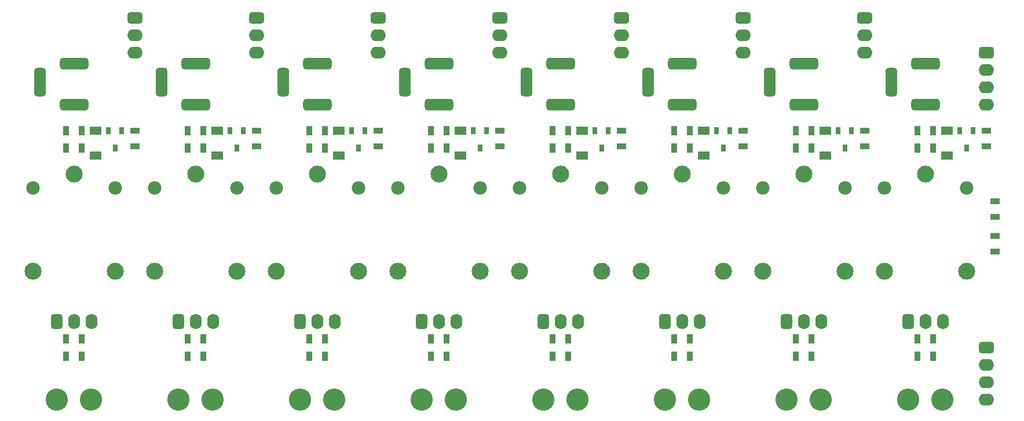
<source format=gts>
G04*
G04 #@! TF.GenerationSoftware,Altium Limited,Altium Designer,21.6.1 (37)*
G04*
G04 Layer_Color=8388736*
%FSTAX24Y24*%
%MOIN*%
G70*
G04*
G04 #@! TF.SameCoordinates,59C10F7D-216A-4877-8410-82FF31B31C47*
G04*
G04*
G04 #@! TF.FilePolarity,Negative*
G04*
G01*
G75*
%ADD19R,0.0568X0.0380*%
%ADD20R,0.0380X0.0568*%
%ADD21R,0.0680X0.0480*%
%ADD22R,0.0277X0.0395*%
%ADD23O,0.0680X0.0880*%
G04:AMPARAMS|DCode=24|XSize=88mil|YSize=68mil|CornerRadius=19mil|HoleSize=0mil|Usage=FLASHONLY|Rotation=270.000|XOffset=0mil|YOffset=0mil|HoleType=Round|Shape=RoundedRectangle|*
%AMROUNDEDRECTD24*
21,1,0.0880,0.0300,0,0,270.0*
21,1,0.0500,0.0680,0,0,270.0*
1,1,0.0380,-0.0150,-0.0250*
1,1,0.0380,-0.0150,0.0250*
1,1,0.0380,0.0150,0.0250*
1,1,0.0380,0.0150,-0.0250*
%
%ADD24ROUNDEDRECTD24*%
%ADD25C,0.1280*%
G04:AMPARAMS|DCode=26|XSize=165.5mil|YSize=67.1mil|CornerRadius=18.8mil|HoleSize=0mil|Usage=FLASHONLY|Rotation=270.000|XOffset=0mil|YOffset=0mil|HoleType=Round|Shape=RoundedRectangle|*
%AMROUNDEDRECTD26*
21,1,0.1655,0.0295,0,0,270.0*
21,1,0.1280,0.0671,0,0,270.0*
1,1,0.0375,-0.0148,-0.0640*
1,1,0.0375,-0.0148,0.0640*
1,1,0.0375,0.0148,0.0640*
1,1,0.0375,0.0148,-0.0640*
%
%ADD26ROUNDEDRECTD26*%
G04:AMPARAMS|DCode=27|XSize=165.5mil|YSize=67.1mil|CornerRadius=18.8mil|HoleSize=0mil|Usage=FLASHONLY|Rotation=180.000|XOffset=0mil|YOffset=0mil|HoleType=Round|Shape=RoundedRectangle|*
%AMROUNDEDRECTD27*
21,1,0.1655,0.0295,0,0,180.0*
21,1,0.1280,0.0671,0,0,180.0*
1,1,0.0375,-0.0640,0.0148*
1,1,0.0375,0.0640,0.0148*
1,1,0.0375,0.0640,-0.0148*
1,1,0.0375,-0.0640,-0.0148*
%
%ADD27ROUNDEDRECTD27*%
%ADD28O,0.0880X0.0680*%
G04:AMPARAMS|DCode=29|XSize=88mil|YSize=68mil|CornerRadius=19mil|HoleSize=0mil|Usage=FLASHONLY|Rotation=180.000|XOffset=0mil|YOffset=0mil|HoleType=Round|Shape=RoundedRectangle|*
%AMROUNDEDRECTD29*
21,1,0.0880,0.0300,0,0,180.0*
21,1,0.0500,0.0680,0,0,180.0*
1,1,0.0380,-0.0250,0.0150*
1,1,0.0380,0.0250,0.0150*
1,1,0.0380,0.0250,-0.0150*
1,1,0.0380,-0.0250,-0.0150*
%
%ADD29ROUNDEDRECTD29*%
%ADD30C,0.0780*%
%ADD31C,0.0980*%
D19*
X06205Y0336D02*
D03*
Y0327D02*
D03*
Y0307D02*
D03*
Y0316D02*
D03*
X01255Y03765D02*
D03*
Y03675D02*
D03*
X04055Y03765D02*
D03*
Y03675D02*
D03*
X01955Y03765D02*
D03*
Y03675D02*
D03*
X04755Y03765D02*
D03*
Y03675D02*
D03*
X02655Y03765D02*
D03*
Y03675D02*
D03*
X05455Y03765D02*
D03*
Y03675D02*
D03*
X03355Y03765D02*
D03*
Y03675D02*
D03*
X06155Y03765D02*
D03*
Y03675D02*
D03*
D20*
X0086Y03765D02*
D03*
X0095D02*
D03*
X0366D02*
D03*
X0375D02*
D03*
X0086Y02465D02*
D03*
X0095D02*
D03*
X0366D02*
D03*
X0375D02*
D03*
X0156Y03765D02*
D03*
X0165D02*
D03*
X0436D02*
D03*
X0445D02*
D03*
X0156Y02465D02*
D03*
X0165D02*
D03*
X0436D02*
D03*
X0445D02*
D03*
X0226Y03765D02*
D03*
X0235D02*
D03*
X0506D02*
D03*
X0515D02*
D03*
X0226Y02465D02*
D03*
X0235D02*
D03*
X0506D02*
D03*
X0515D02*
D03*
X0296Y03765D02*
D03*
X0305D02*
D03*
X0576D02*
D03*
X0585D02*
D03*
X0296Y02465D02*
D03*
X0305D02*
D03*
X0576D02*
D03*
X0585D02*
D03*
X0086Y03665D02*
D03*
X0095D02*
D03*
X0366D02*
D03*
X0375D02*
D03*
X0086Y02565D02*
D03*
X0095D02*
D03*
X0366D02*
D03*
X0375D02*
D03*
X0156Y03665D02*
D03*
X0165D02*
D03*
X0436D02*
D03*
X0445D02*
D03*
X0156Y02565D02*
D03*
X0165D02*
D03*
X0436D02*
D03*
X0445D02*
D03*
X0226Y03665D02*
D03*
X0235D02*
D03*
X0506D02*
D03*
X0515D02*
D03*
X0226Y02565D02*
D03*
X0235D02*
D03*
X0506D02*
D03*
X0515D02*
D03*
X0296Y03665D02*
D03*
X0305D02*
D03*
X0576D02*
D03*
X0585D02*
D03*
X0296Y02565D02*
D03*
X0305D02*
D03*
X0576D02*
D03*
X0585D02*
D03*
D21*
X0103Y03765D02*
D03*
Y036233D02*
D03*
X0383Y03765D02*
D03*
Y036233D02*
D03*
X0173Y03765D02*
D03*
Y036233D02*
D03*
X0453Y03765D02*
D03*
Y036233D02*
D03*
X0243Y03765D02*
D03*
Y036233D02*
D03*
X0523Y03765D02*
D03*
Y036233D02*
D03*
X0313Y03765D02*
D03*
Y036233D02*
D03*
X0593Y03765D02*
D03*
Y036233D02*
D03*
D22*
X011038Y03765D02*
D03*
X011786D02*
D03*
X011412Y03665D02*
D03*
X039038Y03765D02*
D03*
X039786D02*
D03*
X039412Y03665D02*
D03*
X018038Y03765D02*
D03*
X018786D02*
D03*
X018412Y03665D02*
D03*
X046038Y03765D02*
D03*
X046786D02*
D03*
X046412Y03665D02*
D03*
X025038Y03765D02*
D03*
X025786D02*
D03*
X025412Y03665D02*
D03*
X053038Y03765D02*
D03*
X053786D02*
D03*
X053412Y03665D02*
D03*
X032038Y03765D02*
D03*
X032786D02*
D03*
X032412Y03665D02*
D03*
X060038Y03765D02*
D03*
X060786D02*
D03*
X060412Y03665D02*
D03*
D23*
X01005Y02665D02*
D03*
X00905D02*
D03*
X03805D02*
D03*
X03705D02*
D03*
X01705D02*
D03*
X01605D02*
D03*
X04505D02*
D03*
X04405D02*
D03*
X02405D02*
D03*
X02305D02*
D03*
X05205D02*
D03*
X05105D02*
D03*
X03105D02*
D03*
X03005D02*
D03*
X05905D02*
D03*
X05805D02*
D03*
D24*
X00805D02*
D03*
X03605D02*
D03*
X01505D02*
D03*
X04305D02*
D03*
X02205D02*
D03*
X05005D02*
D03*
X02905D02*
D03*
X05705D02*
D03*
D25*
X008066Y02215D02*
D03*
X010034D02*
D03*
X036066D02*
D03*
X038034D02*
D03*
X015066D02*
D03*
X017034D02*
D03*
X043066D02*
D03*
X045034D02*
D03*
X022066D02*
D03*
X024034D02*
D03*
X050066D02*
D03*
X052034D02*
D03*
X029066D02*
D03*
X031034D02*
D03*
X057066D02*
D03*
X059034D02*
D03*
D26*
X007111Y040459D02*
D03*
X035111D02*
D03*
X014111D02*
D03*
X042111D02*
D03*
X021111D02*
D03*
X049111D02*
D03*
X028111D02*
D03*
X056111D02*
D03*
D27*
X00905Y03915D02*
D03*
Y041522D02*
D03*
X03705Y03915D02*
D03*
Y041522D02*
D03*
X01605Y03915D02*
D03*
Y041522D02*
D03*
X04405D02*
D03*
Y03915D02*
D03*
X02305D02*
D03*
Y041522D02*
D03*
X05105Y03915D02*
D03*
Y041522D02*
D03*
X03005Y03915D02*
D03*
Y041522D02*
D03*
X05805Y03915D02*
D03*
Y041522D02*
D03*
D28*
X01255Y04215D02*
D03*
Y04315D02*
D03*
X04055Y04215D02*
D03*
Y04315D02*
D03*
X01955Y04215D02*
D03*
Y04315D02*
D03*
X04755Y04215D02*
D03*
Y04315D02*
D03*
X02655Y04215D02*
D03*
Y04315D02*
D03*
X05455Y04215D02*
D03*
Y04315D02*
D03*
X03355Y04215D02*
D03*
Y04315D02*
D03*
X06155Y02215D02*
D03*
Y02315D02*
D03*
Y02415D02*
D03*
Y03915D02*
D03*
Y04015D02*
D03*
Y04115D02*
D03*
D29*
X01255Y04415D02*
D03*
X04055D02*
D03*
X01955D02*
D03*
X04755D02*
D03*
X02655D02*
D03*
X05455D02*
D03*
X03355D02*
D03*
X06155Y02515D02*
D03*
Y04215D02*
D03*
D30*
X011412Y034363D02*
D03*
X006688D02*
D03*
X039412D02*
D03*
X034688D02*
D03*
X018412D02*
D03*
X013688D02*
D03*
X046412D02*
D03*
X041688D02*
D03*
X025412D02*
D03*
X020688D02*
D03*
X053412D02*
D03*
X048688D02*
D03*
X032412D02*
D03*
X027688D02*
D03*
X060412D02*
D03*
X055688D02*
D03*
D31*
X00905Y03515D02*
D03*
X006688Y029559D02*
D03*
X011412D02*
D03*
X03705Y03515D02*
D03*
X034688Y029559D02*
D03*
X039412D02*
D03*
X01605Y03515D02*
D03*
X013688Y029559D02*
D03*
X018412D02*
D03*
X04405Y03515D02*
D03*
X041688Y029559D02*
D03*
X046412D02*
D03*
X02305Y03515D02*
D03*
X020688Y029559D02*
D03*
X025412D02*
D03*
X05105Y03515D02*
D03*
X048688Y029559D02*
D03*
X053412D02*
D03*
X03005Y03515D02*
D03*
X027688Y029559D02*
D03*
X032412D02*
D03*
X05805Y03515D02*
D03*
X055688Y029559D02*
D03*
X060412D02*
D03*
M02*

</source>
